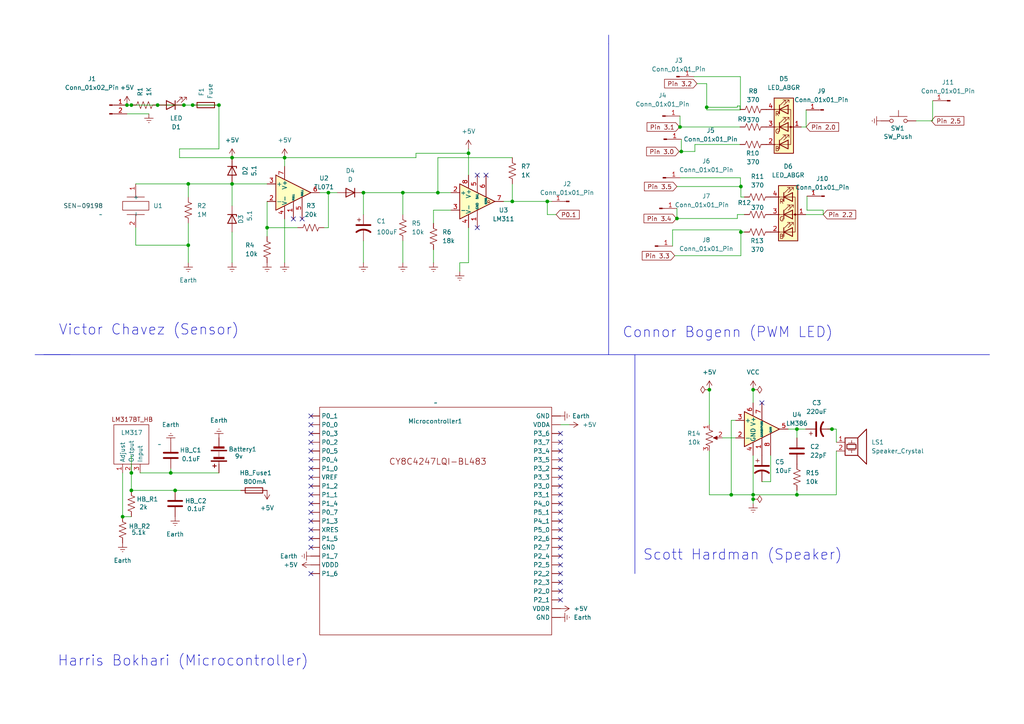
<source format=kicad_sch>
(kicad_sch (version 20231120) (generator "eeschema") (generator_version "8.0")
  (paper "A4")
  (title_block (title "Wellness Module Schematic") (date "2024-03-28") (company "Group 101"))
  (lib_symbols
    (symbol "+5V_2" (power) (pin_numbers hide) (pin_names (offset 0) hide)
      (property "Value" "+5V" (at -0.0001 3.81 90))
      (symbol "+5V_2_1_1"
        (pin power_out line (at 0 0 90) (length 0) (name "~") (number "1"))
      )
    )
    (symbol "Amplifier_Audio:LM386" (pin_names (offset 0.127))
      (property "Reference" "U" (at 1.27 7.62 0))
      (property "Value" "LM386" (at 1.27 5.08 0))
      (symbol "LM386_1_1"
        (pin input line (at 0 -7.62 90) (length 5.08) (name "GAIN") (number "1"))
        (pin input line (at -7.62 -2.54 0) (length 2.54) (name "-") (number "2"))
        (pin input line (at -7.62 2.54 0) (length 2.54) (name "+") (number "3"))
        (pin power_in line (at -2.54 -7.62 90) (length 3.81) (name "GND") (number "4"))
        (pin output line (at 7.62 0 180) (length 2.54) (name "~") (number "5"))
        (pin power_in line (at -2.54 7.62 270) (length 3.81) (name "V+") (number "6"))
        (pin input line (at 0 7.62 270) (length 5.08) (name "BYPASS") (number "7"))
        (pin input line (at 2.54 -7.62 90) (length 6.35) (name "GAIN") (number "8"))
      )
    )
    (symbol "Amplifier_Operational:TL071" (pin_names (offset 0.127))
      (property "Reference" "U" (at 0 6.35 0))
      (property "Value" "TL071" (at 0 3.81 0))
      (symbol "TL071_1_1"
        (pin input line (at 0 -7.62 90) (length 5.08) (name "NULL") (number "1"))
        (pin input line (at -7.62 -2.54 0) (length 2.54) (name "-") (number "2"))
        (pin input line (at -7.62 2.54 0) (length 2.54) (name "+") (number "3"))
        (pin power_in line (at -2.54 -7.62 90) (length 3.81) (name "V-") (number "4"))
        (pin input line (at 2.54 -7.62 90) (length 6.35) (name "NULL") (number "5"))
        (pin output line (at 7.62 0 180) (length 2.54) (name "~") (number "6"))
        (pin power_in line (at -2.54 7.62 270) (length 3.81) (name "V+") (number "7"))
        (pin no_connect line (at 0 2.54 270) (length 2.54) hide (name "NC") (number "8"))
      )
    )
    (symbol "Comparator:LM311" (pin_names (offset 0.127))
      (property "Reference" "U" (at 3.81 6.35 0))
      (property "Value" "LM311" (at 3.81 3.81 0))
      (symbol "LM311_1_1"
        (pin passive line (at 0 -7.62 90) (length 5.08) (name "GND") (number "1"))
        (pin input line (at -7.62 2.54 0) (length 2.54) (name "+") (number "2"))
        (pin input line (at -7.62 -2.54 0) (length 2.54) (name "-") (number "3"))
        (pin power_in line (at -2.54 -7.62 90) (length 3.81) (name "V-") (number "4"))
        (pin input line (at 0 7.62 270) (length 5.08) (name "BAL") (number "5"))
        (pin input line (at 2.54 7.62 270) (length 6.35) (name "STRB") (number "6"))
        (pin open_collector line (at 7.62 0 180) (length 2.54) (name "~") (number "7"))
        (pin power_in line (at -2.54 7.62 270) (length 3.81) (name "V+") (number "8"))
      )
    )
    (symbol "Connector:Conn_01x01_Pin" (pin_names (offset 1.016) hide)
      (property "Reference" "J2" (at 0.635 -5.08 0))
      (property "Value" "Conn_01x01_Pin" (at 0.635 -2.54 0))
      (symbol "Conn_01x01_Pin_1_1"
        (pin open_collector line (at 5.08 0 180) (length 3.81) (name "Pin_1") (number "1"))
      )
    )
    (symbol "Connector:Conn_01x02_Pin" (pin_names (offset 1.016) hide)
      (property "Reference" "J1" (at 0.635 5.08 0))
      (property "Value" "Conn_01x02_Pin" (at 0.635 2.54 0))
      (symbol "Conn_01x02_Pin_1_1"
        (pin power_out line (at 5.08 0 180) (length 3.81) (name "Pin_1") (number "1"))
        (pin power_out line (at 5.08 -2.54 180) (length 3.81) (name "Pin_2") (number "2"))
      )
    )
    (symbol "Device:Battery" (pin_numbers hide) (pin_names (offset 0) hide)
      (property "Reference" "BT" (at 2.54 2.54 0))
      (property "Value" "Battery" (at 2.54 0 0))
      (symbol "Battery_1_1"
        (pin passive line (at 0 5.08 270) (length 2.54) (name "+") (number "1"))
        (pin passive line (at 0 -5.08 90) (length 2.54) (name "-") (number "2"))
      )
    )
    (symbol "Device:C" (pin_numbers hide) (pin_names (offset 0.254))
      (property "Reference" "C" (at 0.635 2.54 0))
      (property "Value" "C" (at 0.635 -2.54 0))
      (symbol "C_1_1"
        (pin passive line (at 0 3.81 270) (length 2.794) (name "~") (number "1"))
        (pin passive line (at 0 -3.81 90) (length 2.794) (name "~") (number "2"))
      )
    )
    (symbol "Device:C_Polarized_US" (pin_numbers hide) (pin_names (offset 0.254) hide)
      (property "Reference" "C" (at 0.635 2.54 0))
      (property "Value" "C_Polarized_US" (at 0.635 -2.54 0))
      (symbol "C_Polarized_US_1_1"
        (pin passive line (at 0 3.81 270) (length 2.794) (name "~") (number "1"))
        (pin passive line (at 0 -3.81 90) (length 3.302) (name "~") (number "2"))
      )
    )
    (symbol "Device:D" (pin_numbers hide) (pin_names (offset 1.016) hide)
      (property "Reference" "D" (at 0 2.54 0))
      (property "Value" "D" (at 0 -2.54 0))
      (symbol "D_1_1"
        (pin passive line (at -3.81 0 0) (length 2.54) (name "K") (number "1"))
        (pin passive line (at 3.81 0 180) (length 2.54) (name "A") (number "2"))
      )
    )
    (symbol "Device:D_Zener" (pin_numbers hide) (pin_names (offset 1.016) hide)
      (property "Reference" "D" (at 0 2.54 0))
      (property "Value" "D_Zener" (at 0 -2.54 0))
      (symbol "D_Zener_1_1"
        (pin passive line (at -3.81 0 0) (length 2.54) (name "K") (number "1"))
        (pin passive line (at 3.81 0 180) (length 2.54) (name "A") (number "2"))
      )
    )
    (symbol "Device:Fuse" (pin_numbers hide) (pin_names (offset 0))
      (property "Reference" "F" (at 2.032 0 90))
      (property "Value" "Fuse" (at -1.905 0 90))
      (symbol "Fuse_1_1"
        (pin passive line (at 0 3.81 270) (length 1.27) (name "~") (number "1"))
        (pin passive line (at 0 -3.81 90) (length 1.27) (name "~") (number "2"))
      )
    )
    (symbol "Device:LED" (pin_numbers hide) (pin_names (offset 1.016) hide)
      (property "Reference" "D" (at 0 2.54 0))
      (property "Value" "LED" (at 0 -2.54 0))
      (symbol "LED_1_1"
        (pin passive line (at -3.81 0 0) (length 2.54) (name "K") (number "1"))
        (pin passive line (at 3.81 0 180) (length 2.54) (name "A") (number "2"))
      )
    )
    (symbol "Device:LED_ABGR" (pin_names (offset 0) hide)
      (property "Reference" "D" (at 0 9.398 0))
      (property "Value" "LED_ABGR" (at 0 -8.89 0))
      (symbol "LED_ABGR_0_0"
        (text "B" (at -1.905 -6.35 0) (effects (font (size 1.27 1.27))))
        (text "G" (at -1.905 -1.27 0) (effects (font (size 1.27 1.27))))
        (text "R" (at -1.905 3.81 0) (effects (font (size 1.27 1.27))))
      )
      (symbol "LED_ABGR_1_1"
        (pin passive line (at 5.08 0 180) (length 2.54) (name "A") (number "1"))
        (pin passive line (at -5.08 -5.08 0) (length 2.54) (name "BK") (number "2"))
        (pin passive line (at -5.08 0 0) (length 2.54) (name "GK") (number "3"))
        (pin passive line (at -5.08 5.08 0) (length 2.54) (name "RK") (number "4"))
      )
    )
    (symbol "Device:R_Potentiometer_US" (pin_names (offset 1.016) hide)
      (property "Reference" "RV" (at -4.445 0 90))
      (property "Value" "R_Potentiometer_US" (at -2.54 0 90))
      (symbol "R_Potentiometer_US_1_1"
        (pin passive line (at 0 3.81 270) (length 1.27) (name "1") (number "1"))
        (pin passive line (at 3.81 0 180) (length 1.27) (name "2") (number "2"))
        (pin passive line (at 0 -3.81 90) (length 1.27) (name "3") (number "3"))
      )
    )
    (symbol "Device:R_US" (pin_numbers hide) (pin_names (offset 0))
      (property "Reference" "R" (at 2.54 0 90))
      (property "Value" "R_US" (at -2.54 0 90))
      (symbol "R_US_1_1"
        (pin passive line (at 0 3.81 270) (length 1.27) (name "~") (number "1"))
        (pin passive line (at 0 -3.81 90) (length 1.27) (name "~") (number "2"))
      )
    )
    (symbol "Device:Speaker_Crystal" (pin_names (offset 0) hide)
      (property "Reference" "LS" (at 0.635 5.715 0))
      (property "Value" "Speaker_Crystal" (at 0.635 3.81 0))
      (symbol "Speaker_Crystal_1_1"
        (pin input line (at -5.08 0 0) (length 2.54) (name "1") (number "1"))
        (pin input line (at -5.08 -2.54 0) (length 2.54) (name "2") (number "2"))
      )
    )
    (symbol "Earth_1" (power) (pin_numbers hide) (pin_names (offset 0) hide)
      (property "Value" "Earth" (at 0 -3.81 0))
      (symbol "Earth_1_1_1"
        (pin power_in line (at 0 0 270) (length 0) (name "~") (number "1"))
      )
    )
    (symbol "Harris_Library:CY8C4247LQI-BL483"
      (property "Reference" "U1" (at -1.905 34.29 0))
      (property "Value" "~" (at -1.905 31.75 0))
      (symbol "CY8C4247LQI-BL483_1_1"
        (text "CY8C4247LQI-BL483\n" (at -1.27 14.732 0) (effects (font (size 1.778 1.778))))
        (pin input line (at -38.1 -10.16 0) (length 2.54) (name "GND") (number ""))
        (pin input line (at 34.29 -30.48 180) (length 2.54) (name "GND") (number ""))
        (pin input line (at 34.29 27.94 180) (length 2.54) (name "GND") (number ""))
        (pin output line (at -38.1 25.4 0) (length 2.54) (name "P0_0") (number ""))
        (pin output line (at -38.1 27.94 0) (length 2.54) (name "P0_1") (number ""))
        (pin output line (at -38.1 20.32 0) (length 2.54) (name "P0_2") (number ""))
        (pin output line (at -38.1 22.86 0) (length 2.54) (name "P0_3") (number ""))
        (pin output line (at -38.1 15.24 0) (length 2.54) (name "P0_4") (number ""))
        (pin output line (at -38.1 17.78 0) (length 2.54) (name "P0_5") (number ""))
        (pin output line (at -38.1 0 0) (length 2.54) (name "P0_7") (number ""))
        (pin output line (at -38.1 12.7 0) (length 2.54) (name "P1_0") (number ""))
        (pin output line (at -38.1 5.08 0) (length 2.54) (name "P1_1") (number ""))
        (pin output line (at -38.1 7.62 0) (length 2.54) (name "P1_2") (number ""))
        (pin output line (at -38.1 -2.54 0) (length 2.54) (name "P1_3") (number ""))
        (pin output line (at -38.1 2.54 0) (length 2.54) (name "P1_4") (number ""))
        (pin output line (at -38.1 -7.62 0) (length 2.54) (name "P1_5") (number ""))
        (pin output line (at -38.1 -17.78 0) (length 2.54) (name "P1_6") (number ""))
        (pin input line (at -38.1 -12.7 0) (length 2.54) (name "P1_7") (number ""))
        (pin output line (at 34.29 -22.86 180) (length 2.54) (name "P2_0") (number ""))
        (pin output line (at 34.29 -25.4 180) (length 2.54) (name "P2_1") (number ""))
        (pin output line (at 34.29 -17.78 180) (length 2.54) (name "P2_2") (number ""))
        (pin output line (at 34.29 -20.32 180) (length 2.54) (name "P2_3") (number ""))
        (pin output line (at 34.29 -12.7 180) (length 2.54) (name "P2_4") (number ""))
        (pin output line (at 34.29 -15.24 180) (length 2.54) (name "P2_5") (number ""))
        (pin output line (at 34.29 -7.62 180) (length 2.54) (name "P2_6") (number ""))
        (pin output line (at 34.29 -10.16 180) (length 2.54) (name "P2_7") (number ""))
        (pin output line (at 34.29 7.62 180) (length 2.54) (name "P3_0") (number ""))
        (pin output line (at 34.29 5.08 180) (length 2.54) (name "P3_1") (number ""))
        (pin output line (at 34.29 12.7 180) (length 2.54) (name "P3_2") (number ""))
        (pin output line (at 34.29 10.16 180) (length 2.54) (name "P3_3") (number ""))
        (pin output line (at 34.29 17.78 180) (length 2.54) (name "P3_4") (number ""))
        (pin output line (at 34.29 15.24 180) (length 2.54) (name "P3_5") (number ""))
        (pin output line (at 34.29 22.86 180) (length 2.54) (name "P3_6") (number ""))
        (pin output line (at 34.29 20.32 180) (length 2.54) (name "P3_7") (number ""))
        (pin output line (at 34.29 2.54 180) (length 2.54) (name "P4_0") (number ""))
        (pin output line (at 34.29 -2.54 180) (length 2.54) (name "P4_1") (number ""))
        (pin output line (at 34.29 -5.08 180) (length 2.54) (name "P5_0") (number ""))
        (pin output line (at 34.29 0 180) (length 2.54) (name "P5_1") (number ""))
        (pin input line (at 34.29 25.4 180) (length 2.54) (name "VDDA") (number ""))
        (pin input line (at -38.1 -15.24 0) (length 2.54) (name "VDDD") (number ""))
        (pin input line (at 34.29 -27.94 180) (length 2.54) (name "VDDR") (number ""))
        (pin output line (at -38.1 10.16 0) (length 2.54) (name "VREF") (number ""))
        (pin output line (at -38.1 -5.08 0) (length 2.54) (name "XRES") (number ""))
      )
    )
    (symbol "Harris_Library:LM317BT_HB"
      (property "Reference" "U" (at 0 4.572 0))
      (symbol "LM317BT_HB_1_1"
        (text "LM317BT_HB\n" (at 0.254 9.144 0) (effects (font (size 1.27 1.27))))
        (pin output line (at -2.54 -6.35 90) (length 2.54) (name "Adjust") (number "1"))
        (pin output line (at 0 -6.35 90) (length 2.54) (name "Output") (number "2"))
        (pin input line (at 2.54 -6.35 90) (length 2.54) (name "Input") (number "3"))
      )
    )
    (symbol "PWR_FLAG_1" (power) (pin_numbers hide) (pin_names (offset 0) hide)
      (symbol "PWR_FLAG_1_1_0"
        (pin free line (at 0 0 90) (length 0) (name "pwr") (number "1"))
      )
    )
    (symbol "PWR_FLAG_2" (power) (pin_numbers hide) (pin_names (offset 0) hide)
      (symbol "PWR_FLAG_2_1_0"
        (pin free line (at 0 0 90) (length 0) (name "pwr") (number "1"))
      )
    )
    (symbol "Piezo:SEN-09198"
      (property "Reference" "U1" (at 5.08 0 0))
      (property "Value" "~" (at -10.16 -2.54 0))
      (symbol "SEN-09198_1_1"
        (text "SEN-09198" (at -15.24 0 0) (effects (font (size 1.27 1.27))))
        (pin input line (at 0 6.35 270) (length 2.54) (name "+") (number "1"))
        (pin input line (at 0 -6.35 90) (length 2.54) (name "-") (number "2"))
      )
    )
    (symbol "Switch:SW_Push" (pin_numbers hide) (pin_names (offset 1.016) hide)
      (property "Reference" "SW" (at 1.27 2.54 0))
      (property "Value" "SW_Push" (at 0 -1.524 0))
      (symbol "SW_Push_0_1"
        (pin passive line (at -5.08 0 0) (length 2.54) (name "1") (number "1"))
        (pin passive line (at 5.08 0 180) (length 2.54) (name "2") (number "2"))
      )
    )
    (symbol "power:+5V" (power) (pin_names (offset 0))
      (property "Value" "+5V" (at 0 3.556 0))
      (symbol "+5V_1_1"
        (pin power_in line (at 0 0 90) (length 0) hide (name "+5V") (number "1"))
      )
    )
    (symbol "power:Earth" (power) (pin_names (offset 0))
      (symbol "Earth_1_1"
        (pin power_in line (at 0 0 270) (length 0) hide (name "Earth") (number "1"))
      )
    )
    (symbol "power:PWR_FLAG" (power) (pin_numbers hide) (pin_names (offset 0) hide)
      (property "Value" "PWR_FLAG" (at 0 3.81 0))
      (symbol "PWR_FLAG_0_0"
        (pin power_out line (at 0 0 90) (length 0) (name "pwr") (number "1"))
      )
    )
    (symbol "power:VCC" (power) (pin_names (offset 0))
      (property "Value" "VCC" (at 0 3.81 0))
      (symbol "VCC_1_1"
        (pin power_in line (at 0 0 90) (length 0) hide (name "VCC") (number "1"))
      )
    )
  )
  (junction (at 67.31 53.34))
  (junction (at 205.74 113.03))
  (junction (at 38.1 142.24))
  (junction (at 241.3 124.46))
  (junction (at 197.231 36.83))
  (junction (at 127 55.88))
  (junction (at 36.83 30.48))
  (junction (at 105.41 55.88))
  (junction (at 218.44 144.78))
  (junction (at 82.55 45.72))
  (junction (at 218.44 113.03))
  (junction (at 158.75 58.42))
  (junction (at 197.612 43.942))
  (junction (at 55.88 30.48))
  (junction (at 218.44 143.51))
  (junction (at 38.1 137.16))
  (junction (at 67.31 45.72))
  (junction (at 54.61 53.34))
  (junction (at 63.5 30.48))
  (junction (at 77.47 66.04))
  (junction (at 45.72 30.48))
  (junction (at 204.978 31.115))
  (junction (at 214.884 54.102))
  (junction (at 231.14 143.51))
  (junction (at 231.14 124.46))
  (junction (at 212.09 143.51))
  (junction (at 135.89 44.45))
  (junction (at 196.342 63.373))
  (junction (at 50.8 142.24))
  (junction (at 148.59 58.42))
  (junction (at 49.53 137.16))
  (junction (at 95.25 55.88))
  (junction (at 38.1 30.48))
  (junction (at 214.884 67.31))
  (junction (at 35.56 149.86))
  (junction (at 116.84 55.88))
  (junction (at 53.34 30.48))
  (junction (at 54.61 71.12))
  (no_connect (at 90.17 125.73))
  (no_connect (at 162.56 161.29))
  (no_connect (at 162.56 153.67))
  (no_connect (at 162.56 148.59))
  (no_connect (at 90.17 123.19))
  (no_connect (at 90.17 133.35))
  (no_connect (at 162.56 143.51))
  (no_connect (at 162.56 166.37))
  (no_connect (at 162.56 156.21))
  (no_connect (at 162.56 138.43))
  (no_connect (at 90.17 151.13))
  (no_connect (at 90.17 153.67))
  (no_connect (at 90.17 120.65))
  (no_connect (at 90.17 130.81))
  (no_connect (at 162.56 130.81))
  (no_connect (at 162.56 140.97))
  (no_connect (at 220.98 116.84))
  (no_connect (at 90.17 140.97))
  (no_connect (at 162.56 135.89))
  (no_connect (at 162.56 125.73))
  (no_connect (at 90.17 128.27))
  (no_connect (at 162.56 173.99))
  (no_connect (at 90.17 158.75))
  (no_connect (at 90.17 135.89))
  (no_connect (at 138.43 50.8))
  (no_connect (at 90.17 143.51))
  (no_connect (at 162.56 163.83))
  (no_connect (at 90.17 166.37))
  (no_connect (at 162.56 133.35))
  (no_connect (at 138.43 66.04))
  (no_connect (at 162.56 146.05))
  (no_connect (at 90.17 138.43))
  (no_connect (at 90.17 148.59))
  (no_connect (at 87.63 63.5))
  (no_connect (at 85.09 63.5))
  (no_connect (at 162.56 168.91))
  (no_connect (at 162.56 151.13))
  (no_connect (at 162.56 171.45))
  (no_connect (at 162.56 158.75))
  (no_connect (at 140.97 50.8))
  (no_connect (at 90.17 156.21))
  (no_connect (at 162.56 128.27))
  (no_connect (at 90.17 146.05))
  (wire (pts (xy 77.47 68.58) (xy 77.47 66.04)))
  (wire (pts (xy 127 55.88) (xy 130.81 55.88)))
  (wire (pts (xy 67.31 53.34) (xy 67.31 59.69)))
  (wire (pts (xy 204.978 24.257) (xy 204.978 31.115)))
  (wire (pts (xy 54.61 53.34) (xy 54.61 57.15)))
  (wire (pts (xy 209.55 127) (xy 213.36 127)))
  (wire (pts (xy 39.37 66.04) (xy 39.37 71.12)))
  (wire (pts (xy 148.59 58.42) (xy 158.75 58.42)))
  (wire (pts (xy 220.98 139.7) (xy 223.52 139.7)))
  (wire (pts (xy 213.36 121.92) (xy 212.09 121.92)))
  (wire (pts (xy 231.14 124.46) (xy 231.14 127)))
  (wire (pts (xy 54.61 53.34) (xy 67.31 53.34)))
  (wire (pts (xy 63.5 43.18) (xy 63.5 30.48)))
  (wire (pts (xy 95.25 55.88) (xy 97.79 55.88)))
  (wire (pts (xy 242.57 124.46) (xy 241.3 124.46)))
  (wire (pts (xy 201.549 43.942) (xy 201.549 41.91)))
  (wire (pts (xy 214.884 57.15) (xy 215.9 57.15)))
  (wire (pts (xy 238.76 60.96) (xy 238.76 62.23)))
  (wire (pts (xy 45.72 30.48) (xy 53.34 30.48)))
  (wire (pts (xy 127 45.72) (xy 127 55.88)))
  (wire (pts (xy 125.73 72.39) (xy 125.73 76.2)))
  (wire (pts (xy 218.44 113.03) (xy 218.44 116.84)))
  (wire (pts (xy 213.868 31.115) (xy 213.868 30.734)))
  (wire (pts (xy 116.84 55.88) (xy 127 55.88)))
  (wire (pts (xy 35.56 149.86) (xy 38.1 149.86)))
  (wire (pts (xy 204.978 31.115) (xy 213.868 31.115)))
  (wire (pts (xy 39.37 53.34) (xy 54.61 53.34)))
  (wire (pts (xy 205.74 130.81) (xy 205.74 143.51)))
  (wire (pts (xy 82.55 63.5) (xy 82.55 76.2)))
  (polyline (pts (xy 10.16 102.87) (xy 20.32 102.87)))
  (wire (pts (xy 214.884 74.168) (xy 195.707 74.168)))
  (wire (pts (xy 55.88 30.48) (xy 63.5 30.48)))
  (wire (pts (xy 231.14 124.46) (xy 233.68 124.46)))
  (wire (pts (xy 35.56 137.16) (xy 35.56 149.86)))
  (wire (pts (xy 195.072 71.374) (xy 195.072 66.675)))
  (wire (pts (xy 214.757 22.225) (xy 214.757 31.877)))
  (wire (pts (xy 105.41 55.88) (xy 116.84 55.88)))
  (wire (pts (xy 196.342 63.373) (xy 213.868 63.373)))
  (wire (pts (xy 213.868 30.734) (xy 214.63 30.734)))
  (wire (pts (xy 218.44 143.51) (xy 231.14 143.51)))
  (wire (pts (xy 36.83 33.02) (xy 43.18 33.02)))
  (wire (pts (xy 197.231 36.83) (xy 214.63 36.83)))
  (polyline (pts (xy 176.53 12.7) (xy 176.53 102.87)))
  (wire (pts (xy 196.977 43.942) (xy 197.612 43.942)))
  (wire (pts (xy 82.55 45.72) (xy 82.55 48.26)))
  (wire (pts (xy 54.61 64.77) (xy 54.61 71.12)))
  (wire (pts (xy 95.25 55.88) (xy 92.71 55.88)))
  (wire (pts (xy 214.884 54.102) (xy 214.884 57.15)))
  (wire (pts (xy 49.53 135.89) (xy 49.53 137.16)))
  (wire (pts (xy 201.295 22.225) (xy 214.757 22.225)))
  (wire (pts (xy 133.35 76.2) (xy 135.89 76.2)))
  (wire (pts (xy 50.8 142.24) (xy 69.85 142.24)))
  (wire (pts (xy 52.07 45.72) (xy 67.31 45.72)))
  (wire (pts (xy 213.868 63.373) (xy 213.868 62.23)))
  (wire (pts (xy 105.41 69.85) (xy 105.41 76.2)))
  (wire (pts (xy 214.757 51.562) (xy 214.757 53.594)))
  (wire (pts (xy 52.07 43.18) (xy 52.07 45.72)))
  (wire (pts (xy 214.63 30.734) (xy 214.63 31.75)))
  (wire (pts (xy 205.74 143.51) (xy 212.09 143.51)))
  (wire (pts (xy 105.41 55.88) (xy 105.41 62.23)))
  (wire (pts (xy 214.757 53.594) (xy 214.884 53.594)))
  (polyline (pts (xy 184.15 102.87) (xy 184.15 166.37)))
  (wire (pts (xy 158.75 58.42) (xy 158.75 62.23)))
  (wire (pts (xy 130.81 60.96) (xy 125.73 60.96)))
  (wire (pts (xy 214.884 74.168) (xy 214.884 67.31)))
  (wire (pts (xy 133.35 78.74) (xy 133.35 76.2)))
  (wire (pts (xy 213.868 62.23) (xy 215.9 62.23)))
  (wire (pts (xy 197.612 43.942) (xy 201.549 43.942)))
  (wire (pts (xy 135.89 44.45) (xy 135.89 50.8)))
  (wire (pts (xy 265.684 35.052) (xy 270.51 35.052)))
  (wire (pts (xy 197.231 36.83) (xy 197.231 33.655)))
  (wire (pts (xy 67.31 45.72) (xy 82.55 45.72)))
  (wire (pts (xy 231.14 143.51) (xy 242.57 143.51)))
  (wire (pts (xy 148.59 45.72) (xy 127 45.72)))
  (wire (pts (xy 242.57 124.46) (xy 242.57 128.27)))
  (wire (pts (xy 212.09 121.92) (xy 212.09 143.51)))
  (wire (pts (xy 205.74 113.03) (xy 205.74 123.19)))
  (wire (pts (xy 201.549 41.91) (xy 214.63 41.91)))
  (wire (pts (xy 135.89 43.18) (xy 135.89 44.45)))
  (wire (pts (xy 38.1 30.48) (xy 36.83 30.48)))
  (wire (pts (xy 196.342 54.102) (xy 214.884 54.102)))
  (wire (pts (xy 202.184 24.257) (xy 204.978 24.257)))
  (wire (pts (xy 116.84 55.88) (xy 116.84 62.23)))
  (wire (pts (xy 158.75 58.42) (xy 160.02 58.42)))
  (wire (pts (xy 55.88 30.48) (xy 53.34 30.48)))
  (wire (pts (xy 54.61 71.12) (xy 39.37 71.12)))
  (wire (pts (xy 228.6 124.46) (xy 231.14 124.46)))
  (wire (pts (xy 270.51 29.21) (xy 270.51 35.052)))
  (wire (pts (xy 67.31 67.31) (xy 67.31 76.2)))
  (wire (pts (xy 49.53 137.16) (xy 63.5 137.16)))
  (wire (pts (xy 125.73 60.96) (xy 125.73 64.77)))
  (wire (pts (xy 161.29 62.23) (xy 158.75 62.23)))
  (wire (pts (xy 197.612 40.386) (xy 197.612 43.942)))
  (wire (pts (xy 38.1 30.48) (xy 45.72 30.48)))
  (wire (pts (xy 77.47 58.42) (xy 77.47 66.04)))
  (wire (pts (xy 240.03 124.46) (xy 241.3 124.46)))
  (wire (pts (xy 233.807 31.877) (xy 233.807 36.83)))
  (wire (pts (xy 82.55 45.72) (xy 120.65 45.72)))
  (wire (pts (xy 212.09 143.51) (xy 218.44 143.51)))
  (wire (pts (xy 38.1 142.24) (xy 50.8 142.24)))
  (wire (pts (xy 146.05 58.42) (xy 148.59 58.42)))
  (wire (pts (xy 234.061 60.96) (xy 234.061 56.896)))
  (wire (pts (xy 238.76 60.96) (xy 234.061 60.96)))
  (polyline (pts (xy 176.53 10.16) (xy 176.53 12.7)))
  (wire (pts (xy 214.884 54.102) (xy 214.884 53.594)))
  (wire (pts (xy 218.44 132.08) (xy 218.44 143.51)))
  (wire (pts (xy 52.07 43.18) (xy 63.5 43.18)))
  (wire (pts (xy 231.14 143.51) (xy 231.14 142.24)))
  (polyline (pts (xy 12.7 102.87) (xy 287.02 102.87)))
  (wire (pts (xy 218.44 146.05) (xy 218.44 144.78)))
  (wire (pts (xy 67.31 53.34) (xy 77.47 53.34)))
  (wire (pts (xy 232.41 36.83) (xy 233.807 36.83)))
  (wire (pts (xy 197.231 36.83) (xy 197.104 36.83)))
  (wire (pts (xy 196.342 63.373) (xy 196.215 63.373)))
  (wire (pts (xy 218.44 143.51) (xy 218.44 144.78)))
  (wire (pts (xy 38.1 137.16) (xy 38.1 142.24)))
  (wire (pts (xy 120.65 45.72) (xy 120.65 44.45)))
  (wire (pts (xy 54.61 71.12) (xy 54.61 76.2)))
  (wire (pts (xy 196.342 60.452) (xy 196.342 63.373)))
  (wire (pts (xy 120.65 44.45) (xy 135.89 44.45)))
  (wire (pts (xy 197.358 51.562) (xy 214.757 51.562)))
  (wire (pts (xy 95.25 55.88) (xy 95.25 66.04)))
  (wire (pts (xy 40.64 137.16) (xy 49.53 137.16)))
  (wire (pts (xy 38.1 132.08) (xy 38.1 137.16)))
  (wire (pts (xy 242.57 130.81) (xy 242.57 143.51)))
  (wire (pts (xy 148.59 53.34) (xy 148.59 58.42)))
  (wire (pts (xy 233.68 62.23) (xy 238.76 62.23)))
  (wire (pts (xy 204.978 31.877) (xy 214.757 31.877)))
  (wire (pts (xy 116.84 69.85) (xy 116.84 76.2)))
  (wire (pts (xy 165.1 123.19) (xy 162.56 123.19)))
  (wire (pts (xy 135.89 66.04) (xy 135.89 76.2)))
  (wire (pts (xy 223.52 139.7) (xy 223.52 132.08)))
  (wire (pts (xy 77.47 66.04) (xy 86.36 66.04)))
  (wire (pts (xy 214.884 67.31) (xy 215.9 67.31)))
  (wire (pts (xy 204.978 31.877) (xy 204.978 31.115)))
  (wire (pts (xy 95.25 66.04) (xy 93.98 66.04)))
  (wire (pts (xy 214.884 67.31) (xy 214.884 66.675)))
  (wire (pts (xy 195.072 66.675) (xy 214.884 66.675)))
  (text "Harris Bokhari (Microcontroller)" (at 53.086 191.77 0) (effects (font (size 3 3))))
  (text "Victor Chavez (Sensor)" (at 43.18 95.758 0) (effects (font (size 3 3))))
  (text "Connor Bogenn (PWM LED)" (at 211.074 96.52 0) (effects (font (size 3 3))))
  (text "Scott Hardman (Speaker)" (at 215.392 161.036 0) (effects (font (size 3 3))))
  (global_label "Pin 3.2" (shape input) (at 202.184 24.257 180) (property "Intersheetrefs" "${INTERSHEET_REFS}" (effects (hide yes))))
  (global_label "Pin 3.3" (shape input) (at 195.707 74.168 180) (property "Intersheetrefs" "${INTERSHEET_REFS}" (effects (hide yes))))
  (global_label "Pin 3.4" (shape input) (at 196.215 63.373 180) (property "Intersheetrefs" "${INTERSHEET_REFS}" (effects (hide yes))))
  (global_label "P0.1" (shape input) (at 161.29 62.23 0) (property "Intersheetrefs" "${INTERSHEET_REFS}" (effects (hide yes))))
  (global_label "Pin 2.5" (shape input) (at 270.129 35.052 0) (property "Intersheetrefs" "${INTERSHEET_REFS}" (effects (hide yes))))
  (global_label "Pin 2.0" (shape input) (at 233.807 36.83 0) (property "Intersheetrefs" "${INTERSHEET_REFS}" (effects (hide yes))))
  (global_label "Pin 3.5" (shape input) (at 196.342 54.102 180) (property "Intersheetrefs" "${INTERSHEET_REFS}" (effects (hide yes))))
  (global_label "Pin 3.0" (shape input) (at 196.977 43.942 180) (property "Intersheetrefs" "${INTERSHEET_REFS}" (effects (hide yes))))
  (global_label "Pin 3.1" (shape input) (at 197.104 36.83 180) (property "Intersheetrefs" "${INTERSHEET_REFS}" (effects (hide yes))))
  (global_label "Pin 2.2" (shape input) (at 238.76 62.23 0) (property "Intersheetrefs" "${INTERSHEET_REFS}" (effects (hide yes))))
  (symbol (lib_id "Harris_Library:CY8C4247LQI-BL483") (at 128.27 148.59 0) (unit 1)
    (property "Reference" "Microcontroller1" (at 126.238 122.174 0))
    (property "Value" "~" (at 126.365 116.84 0))
    (property "Footprint" "Headers:OST_302-S241" (effects (hide yes)))
  )
  (symbol (lib_id "Device:R_US") (at 219.71 67.31 90) (unit 1)
    (property "Reference" "R13" (at 219.583 69.85 90))
    (property "Value" "370" (at 219.71 72.39 90))
    (property "Footprint" "Resistor_THT:R_Axial_DIN0207_L6.3mm_D2.5mm_P7.62mm_Horizontal" (effects (hide yes)))
  )
  (symbol (lib_id "power:+5V") (at 67.31 45.72 0) (unit 1)
    (property "Reference" "#PWR04" (effects (hide yes)))
    (property "Value" "+5V" (at 67.31 40.64 0))
  )
  (symbol (lib_id "Connector:Conn_01x01_Pin") (at 189.992 71.374 0) (unit 1)
    (property "Reference" "J8" (at 204.851 69.596 0))
    (property "Value" "Conn_01x01_Pin" (at 204.851 72.136 0))
    (property "Footprint" "Connector_Pin:Pin_D0.7mm_L6.5mm_W1.8mm_FlatFork" (effects (hide yes)))
  )
  (symbol (lib_id "Device:C_Polarized_US") (at 105.41 66.04 0) (unit 1)
    (property "Reference" "C1" (at 109.22 64.135 0) (effects (justify left)))
    (property "Value" "100uF" (at 109.22 67.31 0) (effects (justify left)))
    (property "Footprint" "Capacitor_THT:CP_Radial_D5.0mm_P2.00mm" (effects (hide yes)))
  )
  (symbol (lib_id "power:Earth") (at 43.18 33.02 0) (unit 1)
    (property "Reference" "#PWR02" (effects (hide yes)))
    (property "Value" "Earth" (effects (hide yes)))
  )
  (symbol (lib_id "Harris_Library:LM317BT_HB") (at 38.1 130.81 0) (unit 1)
    (property "Reference" "LM317" (at 35.052 125.476 0) (effects (justify left)))
    (property "Value" "~" (at 45.72 128.9022 0) (effects (justify left)))
    (property "Footprint" "Harris_Library:LM317" (effects (hide yes)))
  )
  (symbol (lib_id "power:Earth") (at 49.53 128.27 0) (mirror x) (unit 1)
    (property "Reference" "#PWR021" (effects (hide yes)))
    (property "Value" "Earth" (at 49.53 123.19 0))
    (property "Description" "Power symbol creates a global label with name \"Earth\"" (effects (hide yes)))
  )
  (symbol (lib_id "power:VCC") (at 218.44 113.03 0) (unit 1)
    (property "Reference" "#PWR015" (effects (hide yes)))
    (property "Value" "VCC" (at 218.44 107.95 0))
  )
  (symbol (lib_id "power:Earth") (at 77.47 76.2 0) (unit 1)
    (property "Reference" "#PWR06" (effects (hide yes)))
    (property "Value" "Earth" (effects (hide yes)))
  )
  (symbol (lib_id "Device:R_US") (at 41.91 30.48 90) (unit 1)
    (property "Reference" "R1" (at 40.64 27.94 0) (effects (justify left)))
    (property "Value" "1K " (at 43.18 27.94 0) (effects (justify left)))
    (property "Footprint" "Resistor_THT:R_Axial_DIN0207_L6.3mm_D2.5mm_P2.54mm_Vertical" (effects (hide yes)))
  )
  (symbol (lib_id "Device:D") (at 101.6 55.88 180) (unit 1)
    (property "Reference" "D4" (at 101.6 49.53 0))
    (property "Value" "D" (at 101.6 52.07 0))
    (property "Footprint" "Diode_THT:D_DO-41_SOD81_P2.54mm_Vertical_AnodeUp" (effects (hide yes)))
    (property "Sim.Device" "D" (effects (hide yes)))
    (property "Sim.Pins" "1=K 2=A" (effects (hide yes)))
  )
  (symbol (lib_id "Device:Speaker_Crystal") (at 247.65 128.27 0) (unit 1)
    (property "Reference" "LS1" (at 252.73 128.27 0) (effects (justify left)))
    (property "Value" "Speaker_Crystal" (at 252.73 130.81 0) (effects (justify left)))
    (property "Footprint" "Buzzer_Beeper:Buzzer_TDK_PS1240P02BT_D12.2mm_H6.5mm" (effects (hide yes)))
  )
  (symbol (lib_id "power:Earth") (at 67.31 76.2 0) (unit 1)
    (property "Reference" "#PWR05" (effects (hide yes)))
    (property "Value" "Earth" (effects (hide yes)))
  )
  (symbol (lib_id "Device:R_US") (at 38.1 146.05 0) (unit 1)
    (property "Reference" "HB_R1" (at 39.624 144.78 0) (effects (justify left)))
    (property "Value" "2k" (at 40.386 147.066 0) (effects (justify left)))
    (property "Footprint" "Capacitor_THT:CP_Radial_D5.0mm_P2.00mm" (effects (hide yes)))
    (property "Description" "Resistor, US symbol" (effects (hide yes)))
  )
  (symbol (lib_id "Device:R_US") (at 90.17 66.04 90) (unit 1)
    (property "Reference" "R3" (at 90.17 59.69 90))
    (property "Value" "20k" (at 90.17 62.23 90))
    (property "Footprint" "Resistor_THT:R_Axial_DIN0207_L6.3mm_D2.5mm_P2.54mm_Vertical" (effects (hide yes)))
  )
  (symbol (lib_id "Device:C_Polarized_US") (at 237.49 124.46 90) (unit 1)
    (property "Reference" "C3" (at 236.855 116.84 90))
    (property "Value" "220uF" (at 236.855 119.38 90))
    (property "Footprint" "Capacitor_THT:CP_Radial_D10.0mm_P5.00mm" (effects (hide yes)))
  )
  (symbol (lib_id "Device:R_US") (at 218.44 41.91 90) (unit 1)
    (property "Reference" "R10" (at 218.313 44.45 90))
    (property "Value" "370" (at 218.44 46.99 90))
    (property "Footprint" "Resistor_THT:R_Axial_DIN0207_L6.3mm_D2.5mm_P7.62mm_Horizontal" (effects (hide yes)))
  )
  (symbol (lib_id "power:Earth") (at 255.524 35.052 270) (unit 1)
    (property "Reference" "#PWR017" (effects (hide yes)))
    (property "Value" "Earth" (effects (hide yes)))
  )
  (symbol (lib_id "Device:R_US") (at 218.44 31.75 90) (unit 1)
    (property "Reference" "R8" (at 218.44 26.416 90))
    (property "Value" "370" (at 218.44 28.956 90))
    (property "Footprint" "Resistor_THT:R_Axial_DIN0207_L6.3mm_D2.5mm_P7.62mm_Horizontal" (effects (hide yes)))
  )
  (symbol (lib_id "Device:LED_ABGR") (at 228.6 62.23 0) (unit 1)
    (property "Reference" "D6" (at 228.6 48.26 0))
    (property "Value" "LED_ABGR" (at 228.6 50.8 0))
    (property "Footprint" "LED_THT:LED_D5.0mm-4_RGB_Wide_Pins" (effects (hide yes)))
    (property "Description" "RGB LED, anode/blue/green/red" (effects (hide yes)))
  )
  (symbol (lib_id "Device:R_US") (at 125.73 68.58 0) (unit 1)
    (property "Reference" "R6" (at 128.27 67.31 0) (effects (justify left)))
    (property "Value" "18k" (at 128.27 69.85 0) (effects (justify left)))
    (property "Footprint" "Resistor_THT:R_Axial_DIN0207_L6.3mm_D2.5mm_P2.54mm_Vertical" (effects (hide yes)))
  )
  (symbol (lib_id "Device:R_US") (at 77.47 72.39 0) (unit 1)
    (property "Reference" "R4" (at 71.12 71.12 0) (effects (justify left)))
    (property "Value" "10k" (at 71.12 73.66 0) (effects (justify left)))
    (property "Footprint" "Resistor_THT:R_Axial_DIN0207_L6.3mm_D2.5mm_P2.54mm_Vertical" (effects (hide yes)))
  )
  (symbol (lib_id "power:Earth") (at 162.56 179.07 90) (unit 1)
    (property "Reference" "#PWR029" (effects (hide yes)))
    (property "Value" "Earth" (at 166.37 179.0699 90) (effects (justify right)))
    (property "Description" "Power symbol creates a global label with name \"Earth\"" (effects (hide yes)))
  )
  (symbol (lib_id "Connector:Conn_01x01_Pin") (at 192.278 51.562 0) (unit 1)
    (property "Reference" "J6" (at 204.851 46.736 0))
    (property "Value" "Conn_01x01_Pin" (at 204.851 49.276 0))
    (property "Footprint" "Connector_Pin:Pin_D0.7mm_L6.5mm_W1.8mm_FlatFork" (effects (hide yes)))
  )
  (symbol (lib_id "power:Earth") (at 125.73 76.2 0) (unit 1)
    (property "Reference" "#PWR011" (effects (hide yes)))
    (property "Value" "Earth" (effects (hide yes)))
  )
  (symbol (lib_id "Connector:Conn_01x02_Pin") (at 31.75 30.48 0) (unit 1)
    (property "Reference" "J1" (at 26.67 22.86 0))
    (property "Value" "Conn_01x02_Pin" (at 26.67 25.4 0))
    (property "Footprint" "TerminalBlock:TerminalBlock_bornier-2_P5.08mm" (effects (hide yes)))
  )
  (symbol (lib_id "Device:C") (at 50.8 146.05 0) (mirror x) (unit 1)
    (property "Reference" "HB_C2" (at 59.944 145.288 0) (effects (justify right)))
    (property "Value" "0.1uF" (at 59.69 147.574 0) (effects (justify right)))
    (property "Footprint" "Capacitor_THT:CP_Radial_D5.0mm_P2.00mm" (effects (hide yes)))
    (property "Description" "Unpolarized capacitor" (effects (hide yes)))
  )
  (symbol (lib_name "PWR_FLAG_1") (lib_id "power:PWR_FLAG") (at 218.44 144.78 270) (unit 1)
    (property "Reference" "#FLG03" (effects (hide yes)))
    (property "Value" "PWR_FLAG" (effects (hide yes)))
  )
  (symbol (lib_id "Device:D_Zener") (at 67.31 49.53 270) (unit 1)
    (property "Reference" "D2" (at 71.12 49.53 0))
    (property "Value" "5.1" (at 73.66 49.53 0))
    (property "Footprint" "Diode_THT:D_DO-35_SOD27_P2.54mm_Vertical_KathodeUp" (effects (hide yes)))
  )
  (symbol (lib_id "power:+5V") (at 205.74 113.03 0) (unit 1)
    (property "Reference" "#PWR014" (effects (hide yes)))
    (property "Value" "+5V" (at 205.74 107.95 0))
  )
  (symbol (lib_id "Amplifier_Audio:LM386") (at 220.98 124.46 0) (unit 1)
    (property "Reference" "U4" (at 231.14 120.2691 0))
    (property "Value" "LM386" (at 231.14 122.8091 0))
    (property "Footprint" "Connector_Samtec_HLE_THT:Samtec_HLE-104-02-xx-DV-PE_2x04_P2.54mm_Horizontal" (effects (hide yes)))
    (property "Datasheet" "http://www.ti.com/lit/ds/symlink/lm386.pdf" (effects (hide yes)))
  )
  (symbol (lib_id "power:+5V") (at 90.17 163.83 90) (unit 1)
    (property "Reference" "#PWR026" (effects (hide yes)))
    (property "Value" "+5V" (at 86.36 163.8299 90) (effects (justify left)))
    (property "Description" "Power symbol creates a global label with name \"+5V\"" (effects (hide yes)))
  )
  (symbol (lib_id "power:Earth") (at 218.44 146.05 0) (unit 1)
    (property "Reference" "#PWR016" (effects (hide yes)))
    (property "Value" "Earth" (effects (hide yes)))
  )
  (symbol (lib_id "Device:R_Potentiometer_US") (at 205.74 127 0) (unit 1)
    (property "Reference" "R14" (at 203.2 125.73 0) (effects (justify right)))
    (property "Value" "10k" (at 203.2 128.27 0) (effects (justify right)))
    (property "Footprint" "Potentiometer_THT:Potentiometer_Piher_T-16H_Single_Horizontal" (effects (hide yes)))
  )
  (symbol (lib_id "power:Earth") (at 105.41 76.2 0) (unit 1)
    (property "Reference" "#PWR09" (effects (hide yes)))
    (property "Value" "Earth" (effects (hide yes)))
  )
  (symbol (lib_id "Connector:Conn_01x01_Pin") (at 192.532 40.386 0) (unit 1)
    (property "Reference" "J5" (at 206.121 37.846 0))
    (property "Value" "Conn_01x01_Pin" (at 206.121 40.386 0))
    (property "Footprint" "Connector_Pin:Pin_D0.7mm_L6.5mm_W1.8mm_FlatFork" (effects (hide yes)))
  )
  (symbol (lib_id "Device:C") (at 49.53 132.08 0) (mirror x) (unit 1)
    (property "Reference" "HB_C1" (at 58.42 130.556 0) (effects (justify right)))
    (property "Value" "0.1uF" (at 58.166 133.096 0) (effects (justify right)))
    (property "Footprint" "Capacitor_THT:CP_Radial_D5.0mm_P2.00mm" (effects (hide yes)))
    (property "Description" "Unpolarized capacitor" (effects (hide yes)))
  )
  (symbol (lib_id "power:Earth") (at 90.17 161.29 270) (unit 1)
    (property "Reference" "#PWR025" (effects (hide yes)))
    (property "Value" "Earth" (at 86.36 161.2899 90) (effects (justify right)))
    (property "Description" "Power symbol creates a global label with name \"Earth\"" (effects (hide yes)))
  )
  (symbol (lib_id "Connector:Conn_01x01_Pin") (at 239.141 56.896 180) (unit 1)
    (property "Reference" "J10" (at 238.506 51.816 0))
    (property "Value" "Conn_01x01_Pin" (at 238.506 54.356 0))
    (property "Footprint" "Connector_Pin:Pin_D0.7mm_L6.5mm_W1.8mm_FlatFork" (effects (hide yes)))
  )
  (symbol (lib_id "power:Earth") (at 82.55 76.2 0) (unit 1)
    (property "Reference" "#PWR08" (effects (hide yes)))
    (property "Value" "Earth" (effects (hide yes)))
  )
  (symbol (lib_id "Device:R_US") (at 148.59 49.53 0) (unit 1)
    (property "Reference" "R7" (at 151.13 48.26 0) (effects (justify left)))
    (property "Value" "1K" (at 151.13 50.8 0) (effects (justify left)))
    (property "Footprint" "Resistor_THT:R_Axial_DIN0207_L6.3mm_D2.5mm_P2.54mm_Vertical" (effects (hide yes)))
  )
  (symbol (lib_name "+5V_2") (lib_id "power:+5V") (at 165.1 123.19 270) (unit 1)
    (property "Reference" "#PWR030" (effects (hide yes)))
    (property "Value" "+5V" (at 168.91 123.1899 90) (effects (justify left)))
    (property "Description" "Power symbol creates a global label with name \"+5V\"" (effects (hide yes)))
  )
  (symbol (lib_id "Piezo:SEN-09198") (at 39.37 59.69 0) (unit 1)
    (property "Reference" "U1" (at 44.45 59.69 0) (effects (justify left)))
    (property "Value" "~" (at 29.21 62.23 0))
    (property "Footprint" "Connector_PinHeader_2.54mm:PinHeader_1x02_P2.54mm_Vertical" (effects (hide yes)))
  )
  (symbol (lib_id "power:Earth") (at 35.56 157.48 0) (unit 1)
    (property "Reference" "#PWR020" (effects (hide yes)))
    (property "Value" "Earth" (at 35.56 162.56 0))
    (property "Description" "Power symbol creates a global label with name \"Earth\"" (effects (hide yes)))
  )
  (symbol (lib_name "PWR_FLAG_2") (lib_id "power:PWR_FLAG") (at 205.74 113.03 90) (unit 1)
    (property "Reference" "#FLG01" (effects (hide yes)))
    (property "Value" "PWR_FLAG" (effects (hide yes)))
  )
  (symbol (lib_id "power:+5V") (at 135.89 43.18 0) (unit 1)
    (property "Reference" "#PWR013" (effects (hide yes)))
    (property "Value" "+5V" (at 135.89 38.1 0))
  )
  (symbol (lib_name "Earth_1") (lib_id "power:Earth") (at 54.61 76.2 0) (unit 1)
    (property "Reference" "#PWR03" (effects (hide yes)))
    (property "Value" "Earth" (at 54.61 81.28 0))
    (property "Description" "Power symbol creates a global label with name \"Earth\"" (effects (hide yes)))
  )
  (symbol (lib_id "Connector:Conn_01x01_Pin") (at 275.59 29.21 180) (unit 1)
    (property "Reference" "J11" (at 274.955 23.876 0))
    (property "Value" "Conn_01x01_Pin" (at 274.955 26.416 0))
    (property "Footprint" "Connector_Pin:Pin_D0.7mm_L6.5mm_W1.8mm_FlatFork" (effects (hide yes)))
  )
  (symbol (lib_id "power:+5V") (at 36.83 30.48 0) (unit 1)
    (property "Reference" "#PWR01" (effects (hide yes)))
    (property "Value" "+5V" (at 36.83 25.4 0))
  )
  (symbol (lib_id "Device:Battery") (at 63.5 132.08 180) (unit 1)
    (property "Reference" "Battery1" (at 66.294 130.302 0) (effects (justify right)))
    (property "Value" "9v" (at 68.072 132.334 0) (effects (justify right)))
    (property "Footprint" "Harris_Library:9V_Battery_Jumper" (effects (hide yes)))
    (property "Description" "Multiple-cell battery" (effects (hide yes)))
  )
  (symbol (lib_id "Switch:SW_Push") (at 260.604 35.052 0) (unit 1)
    (property "Reference" "SW1" (at 260.35 37.211 0))
    (property "Value" "SW_Push" (at 260.477 39.624 0))
    (property "Footprint" "Button_Switch_THT:SW_Tactile_Straight_KSA0Axx1LFTR" (effects (hide yes)))
  )
  (symbol (lib_id "Connector:Conn_01x01_Pin") (at 196.215 22.225 0) (unit 1)
    (property "Reference" "J3" (at 196.85 17.526 0))
    (property "Value" "Conn_01x01_Pin" (at 196.85 20.066 0))
    (property "Footprint" "Connector_Pin:Pin_D0.7mm_L6.5mm_W1.8mm_FlatFork" (effects (hide yes)))
  )
  (symbol (lib_id "Device:R_US") (at 54.61 60.96 0) (unit 1)
    (property "Reference" "R2" (at 57.15 59.69 0) (effects (justify left)))
    (property "Value" "1M " (at 57.15 62.23 0) (effects (justify left)))
    (property "Footprint" "Resistor_THT:R_Axial_DIN0207_L6.3mm_D2.5mm_P2.54mm_Vertical" (effects (hide yes)))
  )
  (symbol (lib_id "Device:Fuse") (at 73.66 142.24 270) (unit 1)
    (property "Reference" "HB_Fuse1" (at 74.168 137.16 90))
    (property "Value" "800mA" (at 73.914 139.7 90))
    (property "Footprint" "Capacitor_THT:CP_Radial_D5.0mm_P2.00mm" (effects (hide yes)))
    (property "Description" "Fuse" (effects (hide yes)))
  )
  (symbol (lib_id "Comparator:LM311") (at 138.43 58.42 0) (unit 1)
    (property "Reference" "U3" (at 146.05 60.96 0))
    (property "Value" "LM311" (at 146.05 63.5 0))
    (property "Footprint" "Package_DIP:DIP-8_W10.16mm" (effects (hide yes)))
    (property "Datasheet" "https://www.st.com/resource/en/datasheet/lm311.pdf" (effects (hide yes)))
  )
  (symbol (lib_id "Connector:Conn_01x01_Pin") (at 238.887 31.877 180) (unit 1)
    (property "Reference" "J9" (at 238.252 26.416 0))
    (property "Value" "Conn_01x01_Pin" (at 238.252 28.956 0))
    (property "Footprint" "Connector_Pin:Pin_D0.7mm_L6.5mm_W1.8mm_FlatFork" (effects (hide yes)))
  )
  (symbol (lib_id "Amplifier_Operational:TL071") (at 85.09 55.88 0) (unit 1)
    (property "Reference" "U2" (at 93.98 51.6891 0))
    (property "Value" "TL071" (at 93.98 54.2291 0))
    (property "Footprint" "Package_DIP:DIP-8_W10.16mm" (effects (hide yes)))
    (property "Datasheet" "http://www.ti.com/lit/ds/symlink/tl071.pdf" (effects (hide yes)))
  )
  (symbol (lib_id "Device:C") (at 231.14 130.81 0) (unit 1)
    (property "Reference" "C2" (at 234.95 129.54 0) (effects (justify left)))
    (property "Value" "22pF" (at 234.95 132.08 0) (effects (justify left)))
    (property "Footprint" "Capacitor_THT:C_Rect_L4.0mm_W2.5mm_P2.50mm" (effects (hide yes)))
  )
  (symbol (lib_id "Device:R_US") (at 231.14 138.43 0) (unit 1)
    (property "Reference" "R15" (at 233.68 137.16 0) (effects (justify left)))
    (property "Value" "10k" (at 233.68 139.7 0) (effects (justify left)))
    (property "Footprint" "Resistor_THT:R_Axial_DIN0207_L6.3mm_D2.5mm_P2.54mm_Vertical" (effects (hide yes)))
  )
  (symbol (lib_id "power:+5V") (at 162.56 176.53 270) (unit 1)
    (property "Reference" "#PWR028" (effects (hide yes)))
    (property "Value" "+5V" (at 166.37 176.5299 90) (effects (justify left)))
    (property "Description" "Power symbol creates a global label with name \"+5V\"" (effects (hide yes)))
  )
  (symbol (lib_id "power:+5V") (at 77.47 142.24 180) (unit 1)
    (property "Reference" "#PWR024" (effects (hide yes)))
    (property "Value" "+5V" (at 77.47 147.32 0))
    (property "Description" "Power symbol creates a global label with name \"+5V\"" (effects (hide yes)))
  )
  (symbol (lib_id "Connector:Conn_01x01_Pin") (at 191.262 60.452 0) (unit 1)
    (property "Reference" "J7" (at 204.851 56.896 0))
    (property "Value" "Conn_01x01_Pin" (at 203.581 59.436 0))
    (property "Footprint" "Connector_Pin:Pin_D0.7mm_L6.5mm_W1.8mm_FlatFork" (effects (hide yes)))
  )
  (symbol (lib_id "Device:Fuse") (at 59.69 30.48 90) (mirror x) (unit 1)
    (property "Reference" "F1" (at 58.42 25.4 0) (effects (justify left)))
    (property "Value" "Fuse" (at 60.96 24.13 0) (effects (justify left)))
    (property "Footprint" "Fuse:Fuseholder_Littelfuse_445_030_series_5x20mm" (effects (hide yes)))
  )
  (symbol (lib_id "power:PWR_FLAG") (at 218.44 113.03 270) (unit 1)
    (property "Reference" "#FLG02" (effects (hide yes)))
    (property "Value" "PWR_FLAG" (effects (hide yes)))
  )
  (symbol (lib_id "Device:LED") (at 49.53 30.48 180) (unit 1)
    (property "Reference" "D1" (at 51.1175 36.83 0))
    (property "Value" "LED" (at 51.1175 34.29 0))
    (property "Footprint" "LED_THT:LED_D5.0mm" (effects (hide yes)))
  )
  (symbol (lib_id "Device:D_Zener") (at 67.31 63.5 270) (unit 1)
    (property "Reference" "D3" (at 69.85 62.23 0) (effects (justify left)))
    (property "Value" "5.1" (at 72.39 60.96 0) (effects (justify left)))
    (property "Footprint" "Diode_THT:D_DO-35_SOD27_P2.54mm_Vertical_KathodeUp" (effects (hide yes)))
  )
  (symbol (lib_id "power:Earth") (at 133.35 78.74 0) (unit 1)
    (property "Reference" "#PWR012" (effects (hide yes)))
    (property "Value" "Earth" (effects (hide yes)))
  )
  (symbol (lib_id "Device:R_US") (at 219.71 57.15 90) (unit 1)
    (property "Reference" "R11" (at 219.71 51.181 90))
    (property "Value" "370" (at 219.71 53.721 90))
    (property "Footprint" "Resistor_THT:R_Axial_DIN0207_L6.3mm_D2.5mm_P7.62mm_Horizontal" (effects (hide yes)))
  )
  (symbol (lib_id "Connector:Conn_01x01_Pin") (at 165.1 58.42 180) (unit 1)
    (property "Reference" "J2" (at 164.465 53.34 0))
    (property "Value" "Conn_01x01_Pin" (at 164.465 55.88 0))
    (property "Footprint" "Connector_Pin:Pin_D1.0mm_L10.0mm" (effects (hide yes)))
  )
  (symbol (lib_id "power:Earth") (at 50.8 149.86 0) (unit 1)
    (property "Reference" "#PWR022" (effects (hide yes)))
    (property "Value" "Earth" (at 50.8 154.94 0))
    (property "Description" "Power symbol creates a global label with name \"Earth\"" (effects (hide yes)))
  )
  (symbol (lib_id "Device:R_US") (at 116.84 66.04 0) (unit 1)
    (property "Reference" "R5" (at 119.38 64.77 0) (effects (justify left)))
    (property "Value" "10k" (at 119.38 67.31 0) (effects (justify left)))
    (property "Footprint" "Resistor_THT:R_Axial_DIN0207_L6.3mm_D2.5mm_P2.54mm_Vertical" (effects (hide yes)))
  )
  (symbol (lib_id "Device:C_Polarized_US") (at 220.98 135.89 0) (unit 1)
    (property "Reference" "C5" (at 224.79 133.985 0) (effects (justify left)))
    (property "Value" "10uF" (at 224.79 136.525 0) (effects (justify left)))
    (property "Footprint" "Capacitor_THT:CP_Radial_D6.3mm_P2.50mm" (effects (hide yes)))
  )
  (symbol (lib_id "Device:R_US") (at 35.56 153.67 0) (unit 1)
    (property "Reference" "HB_R2" (at 37.338 152.654 0) (effects (justify left)))
    (property "Value" "5.1k" (at 38.1 154.432 0) (effects (justify left)))
    (property "Footprint" "Capacitor_THT:CP_Radial_D5.0mm_P2.00mm" (effects (hide yes)))
    (property "Description" "Resistor, US symbol" (effects (hide yes)))
  )
  (symbol (lib_id "Device:LED_ABGR") (at 227.33 36.83 0) (unit 1)
    (property "Reference" "D5" (at 227.33 22.86 0))
    (property "Value" "LED_ABGR" (at 227.33 25.4 0))
    (property "Footprint" "LED_THT:LED_D5.0mm-4_RGB_Wide_Pins" (effects (hide yes)))
    (property "Description" "RGB LED, anode/blue/green/red" (effects (hide yes)))
  )
  (symbol (lib_id "power:+5V") (at 82.55 45.72 0) (unit 1)
    (property "Reference" "#PWR07" (effects (hide yes)))
    (property "Value" "+5V" (at 82.55 40.64 0))
  )
  (symbol (lib_id "power:Earth") (at 116.84 76.2 0) (unit 1)
    (property "Reference" "#PWR010" (effects (hide yes)))
    (property "Value" "Earth" (effects (hide yes)))
  )
  (symbol (lib_id "Device:R_US") (at 218.44 36.83 90) (unit 1)
    (property "Reference" "R9" (at 215.265 34.544 90))
    (property "Value" "370" (at 218.44 34.798 90))
    (property "Footprint" "Resistor_THT:R_Axial_DIN0207_L6.3mm_D2.5mm_P7.62mm_Horizontal" (effects (hide yes)))
  )
  (symbol (lib_id "Device:R_US") (at 219.71 62.23 90) (unit 1)
    (property "Reference" "R12" (at 215.9 58.801 90))
    (property "Value" "370" (at 219.71 60.198 90))
    (property "Footprint" "Resistor_THT:R_Axial_DIN0207_L6.3mm_D2.5mm_P7.62mm_Horizontal" (effects (hide yes)))
  )
  (symbol (lib_id "Connector:Conn_01x01_Pin") (at 192.151 33.655 0) (unit 1)
    (property "Reference" "J4" (at 192.151 27.686 0))
    (property "Value" "Conn_01x01_Pin" (at 192.151 30.226 0))
    (property "Footprint" "Connector_Pin:Pin_D0.7mm_L6.5mm_W1.8mm_FlatFork" (effects (hide yes)))
  )
  (symbol (lib_id "power:Earth") (at 63.5 127 0) (mirror x) (unit 1)
    (property "Reference" "#PWR023" (effects (hide yes)))
    (property "Value" "Earth" (at 63.5 121.92 0))
    (property "Description" "Power symbol creates a global label with name \"Earth\"" (effects (hide yes)))
  )
  (symbol (lib_id "power:Earth") (at 162.56 120.65 90) (unit 1)
    (property "Reference" "#PWR027" (effects (hide yes)))
    (property "Value" "Earth" (at 165.9445 120.6499 90) (effects (justify right)))
    (property "Description" "Power symbol creates a global label with name \"Earth\"" (effects (hide yes)))
  )
)
</source>
